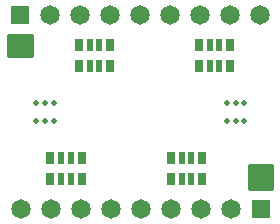
<source format=gbs>
G04 (created by PCBNEW (2013-07-03 BZR 4236)-testing) date Thu 04 Jul 2013 10:30:45 AM CEST*
%MOIN*%
G04 Gerber Fmt 3.4, Leading zero omitted, Abs format*
%FSLAX34Y34*%
G01*
G70*
G90*
G04 APERTURE LIST*
%ADD10C,0.005906*%
%ADD11R,0.025591X0.039370*%
%ADD12R,0.019685X0.039370*%
%ADD13R,0.064961X0.064961*%
%ADD14C,0.064961*%
%ADD15C,0.019685*%
%ADD16C,0.010000*%
G04 APERTURE END LIST*
G54D10*
G54D11*
X37944Y-31608D03*
G54D12*
X38308Y-31608D03*
X38623Y-31608D03*
G54D11*
X38987Y-31608D03*
X37944Y-30900D03*
G54D12*
X38308Y-30900D03*
X38623Y-30900D03*
G54D11*
X38987Y-30900D03*
X33928Y-31608D03*
G54D12*
X34292Y-31608D03*
X34607Y-31608D03*
G54D11*
X34971Y-31608D03*
X33928Y-30900D03*
G54D12*
X34292Y-30900D03*
X34607Y-30900D03*
G54D11*
X34971Y-30900D03*
G54D13*
X31970Y-29900D03*
G54D14*
X32970Y-29900D03*
X33970Y-29900D03*
X34970Y-29900D03*
X35970Y-29900D03*
X36970Y-29900D03*
X37970Y-29900D03*
X38970Y-29900D03*
X39970Y-29900D03*
G54D11*
X34025Y-34671D03*
G54D12*
X33661Y-34671D03*
X33346Y-34671D03*
G54D11*
X32982Y-34671D03*
X34025Y-35380D03*
G54D12*
X33661Y-35380D03*
X33346Y-35380D03*
G54D11*
X32982Y-35380D03*
X38041Y-34671D03*
G54D12*
X37677Y-34671D03*
X37362Y-34671D03*
G54D11*
X36998Y-34671D03*
X38041Y-35380D03*
G54D12*
X37677Y-35380D03*
X37362Y-35380D03*
G54D11*
X36998Y-35380D03*
G54D13*
X40000Y-36380D03*
G54D14*
X39000Y-36380D03*
X38000Y-36380D03*
X37000Y-36380D03*
X36000Y-36380D03*
X35000Y-36380D03*
X34000Y-36380D03*
X33000Y-36380D03*
X32000Y-36380D03*
G54D15*
X32810Y-32844D03*
X32810Y-33435D03*
X33105Y-32844D03*
X32514Y-32844D03*
X32514Y-33435D03*
X33105Y-33435D03*
X39160Y-32844D03*
X39160Y-33435D03*
X39455Y-32844D03*
X38864Y-32844D03*
X38864Y-33435D03*
X39455Y-33435D03*
G54D10*
G36*
X32360Y-31290D02*
X31580Y-31290D01*
X31580Y-30580D01*
X32360Y-30580D01*
X32360Y-31290D01*
X32360Y-31290D01*
G37*
G54D16*
X32360Y-31290D02*
X31580Y-31290D01*
X31580Y-30580D01*
X32360Y-30580D01*
X32360Y-31290D01*
G54D10*
G36*
X40390Y-35700D02*
X39610Y-35700D01*
X39610Y-34920D01*
X40390Y-34920D01*
X40390Y-35700D01*
X40390Y-35700D01*
G37*
G54D16*
X40390Y-35700D02*
X39610Y-35700D01*
X39610Y-34920D01*
X40390Y-34920D01*
X40390Y-35700D01*
M02*

</source>
